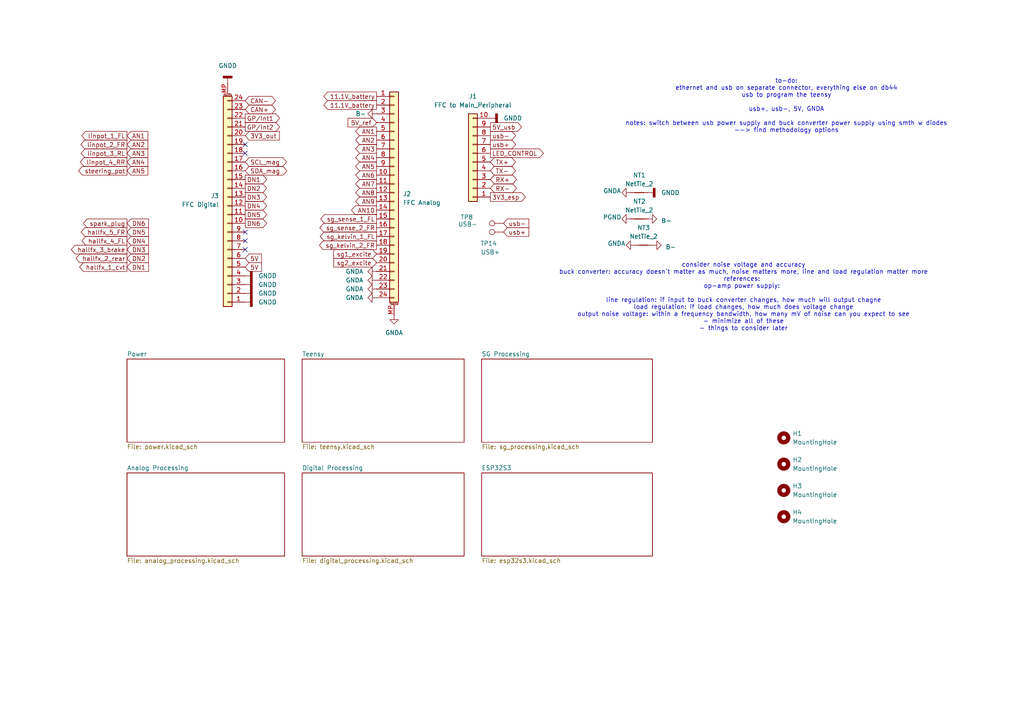
<source format=kicad_sch>
(kicad_sch (version 20250114) (generator "eeschema") (generator_version "9.0")
  (paper "A4")
  (lib_symbols
    (symbol "Connector:TestPoint" (pin_numbers (hide yes)) (pin_names (offset 0.762) (hide yes))
      (property "Reference" "TP" (at 0 6.858 0))
      (property "Value" "TestPoint" (at 0 5.08 0))
      (symbol "TestPoint_0_1"
        (circle (center 0 3.302) (radius 0.762))
      )
      (symbol "TestPoint_1_1"
        (pin passive line (at 0 0 90) (length 2.54) (name "1") (number "1"))
      )
    )
    (symbol "Connector_Generic:Conn_01x10" (pin_names (offset 1.016) (hide yes))
      (property "Reference" "J" (at 0 12.7 0))
      (property "Value" "Conn_01x10" (at 0 -15.24 0))
      (symbol "Conn_01x10_1_1"
        (rectangle (start -1.27 11.43) (end 1.27 -13.97) (stroke (width 0.254)) (fill (type background)))
        (rectangle (start -1.27 10.287) (end 0 10.033) (stroke (width 0.1524)))
        (rectangle (start -1.27 7.747) (end 0 7.493) (stroke (width 0.1524)))
        (rectangle (start -1.27 5.207) (end 0 4.953) (stroke (width 0.1524)))
        (rectangle (start -1.27 2.667) (end 0 2.413) (stroke (width 0.1524)))
        (rectangle (start -1.27 0.127) (end 0 -0.127) (stroke (width 0.1524)))
        (rectangle (start -1.27 -2.413) (end 0 -2.667) (stroke (width 0.1524)))
        (rectangle (start -1.27 -4.953) (end 0 -5.207) (stroke (width 0.1524)))
        (rectangle (start -1.27 -7.493) (end 0 -7.747) (stroke (width 0.1524)))
        (rectangle (start -1.27 -10.033) (end 0 -10.287) (stroke (width 0.1524)))
        (rectangle (start -1.27 -12.573) (end 0 -12.827) (stroke (width 0.1524)))
        (pin passive line (at -5.08 10.16 0) (length 3.81) (name "Pin_1") (number "1"))
        (pin passive line (at -5.08 7.62 0) (length 3.81) (name "Pin_2") (number "2"))
        (pin passive line (at -5.08 5.08 0) (length 3.81) (name "Pin_3") (number "3"))
        (pin passive line (at -5.08 2.54 0) (length 3.81) (name "Pin_4") (number "4"))
        (pin passive line (at -5.08 0 0) (length 3.81) (name "Pin_5") (number "5"))
        (pin passive line (at -5.08 -2.54 0) (length 3.81) (name "Pin_6") (number "6"))
        (pin passive line (at -5.08 -5.08 0) (length 3.81) (name "Pin_7") (number "7"))
        (pin passive line (at -5.08 -7.62 0) (length 3.81) (name "Pin_8") (number "8"))
        (pin passive line (at -5.08 -10.16 0) (length 3.81) (name "Pin_9") (number "9"))
        (pin passive line (at -5.08 -12.7 0) (length 3.81) (name "Pin_10") (number "10"))
      )
    )
    (symbol "Connector_Generic_MountingPin:Conn_01x24_MountingPin" (pin_names (offset 1.016) (hide yes))
      (property "Reference" "J" (at 0 30.48 0))
      (property "Value" "Conn_01x24_MountingPin" (at 1.27 -33.02 0))
      (symbol "Conn_01x24_MountingPin_1_1"
        (rectangle (start -1.27 29.21) (end 1.27 -31.75) (stroke (width 0.254)) (fill (type background)))
        (rectangle (start -1.27 28.067) (end 0 27.813) (stroke (width 0.1524)))
        (rectangle (start -1.27 25.527) (end 0 25.273) (stroke (width 0.1524)))
        (rectangle (start -1.27 22.987) (end 0 22.733) (stroke (width 0.1524)))
        (rectangle (start -1.27 20.447) (end 0 20.193) (stroke (width 0.1524)))
        (rectangle (start -1.27 17.907) (end 0 17.653) (stroke (width 0.1524)))
        (rectangle (start -1.27 15.367) (end 0 15.113) (stroke (width 0.1524)))
        (rectangle (start -1.27 12.827) (end 0 12.573) (stroke (width 0.1524)))
        (rectangle (start -1.27 10.287) (end 0 10.033) (stroke (width 0.1524)))
        (rectangle (start -1.27 7.747) (end 0 7.493) (stroke (width 0.1524)))
        (rectangle (start -1.27 5.207) (end 0 4.953) (stroke (width 0.1524)))
        (rectangle (start -1.27 2.667) (end 0 2.413) (stroke (width 0.1524)))
        (rectangle (start -1.27 0.127) (end 0 -0.127) (stroke (width 0.1524)))
        (rectangle (start -1.27 -2.413) (end 0 -2.667) (stroke (width 0.1524)))
        (rectangle (start -1.27 -4.953) (end 0 -5.207) (stroke (width 0.1524)))
        (rectangle (start -1.27 -7.493) (end 0 -7.747) (stroke (width 0.1524)))
        (rectangle (start -1.27 -10.033) (end 0 -10.287) (stroke (width 0.1524)))
        (rectangle (start -1.27 -12.573) (end 0 -12.827) (stroke (width 0.1524)))
        (rectangle (start -1.27 -15.113) (end 0 -15.367) (stroke (width 0.1524)))
        (rectangle (start -1.27 -17.653) (end 0 -17.907) (stroke (width 0.1524)))
        (rectangle (start -1.27 -20.193) (end 0 -20.447) (stroke (width 0.1524)))
        (rectangle (start -1.27 -22.733) (end 0 -22.987) (stroke (width 0.1524)))
        (rectangle (start -1.27 -25.273) (end 0 -25.527) (stroke (width 0.1524)))
        (rectangle (start -1.27 -27.813) (end 0 -28.067) (stroke (width 0.1524)))
        (rectangle (start -1.27 -30.353) (end 0 -30.607) (stroke (width 0.1524)))
        (polyline (pts (xy -1.016 -32.512) (xy 1.016 -32.512)) (stroke (width 0.1524)))
        (text "Mounting" (at 0 -32.131 0) (effects (font (size 0.381 0.381))))
        (pin passive line (at -5.08 27.94 0) (length 3.81) (name "Pin_1") (number "1"))
        (pin passive line (at -5.08 25.4 0) (length 3.81) (name "Pin_2") (number "2"))
        (pin passive line (at -5.08 22.86 0) (length 3.81) (name "Pin_3") (number "3"))
        (pin passive line (at -5.08 20.32 0) (length 3.81) (name "Pin_4") (number "4"))
        (pin passive line (at -5.08 17.78 0) (length 3.81) (name "Pin_5") (number "5"))
        (pin passive line (at -5.08 15.24 0) (length 3.81) (name "Pin_6") (number "6"))
        (pin passive line (at -5.08 12.7 0) (length 3.81) (name "Pin_7") (number "7"))
        (pin passive line (at -5.08 10.16 0) (length 3.81) (name "Pin_8") (number "8"))
        (pin passive line (at -5.08 7.62 0) (length 3.81) (name "Pin_9") (number "9"))
        (pin passive line (at -5.08 5.08 0) (length 3.81) (name "Pin_10") (number "10"))
        (pin passive line (at -5.08 2.54 0) (length 3.81) (name "Pin_11") (number "11"))
        (pin passive line (at -5.08 0 0) (length 3.81) (name "Pin_12") (number "12"))
        (pin passive line (at -5.08 -2.54 0) (length 3.81) (name "Pin_13") (number "13"))
        (pin passive line (at -5.08 -5.08 0) (length 3.81) (name "Pin_14") (number "14"))
        (pin passive line (at -5.08 -7.62 0) (length 3.81) (name "Pin_15") (number "15"))
        (pin passive line (at -5.08 -10.16 0) (length 3.81) (name "Pin_16") (number "16"))
        (pin passive line (at -5.08 -12.7 0) (length 3.81) (name "Pin_17") (number "17"))
        (pin passive line (at -5.08 -15.24 0) (length 3.81) (name "Pin_18") (number "18"))
        (pin passive line (at -5.08 -17.78 0) (length 3.81) (name "Pin_19") (number "19"))
        (pin passive line (at -5.08 -20.32 0) (length 3.81) (name "Pin_20") (number "20"))
        (pin passive line (at -5.08 -22.86 0) (length 3.81) (name "Pin_21") (number "21"))
        (pin passive line (at -5.08 -25.4 0) (length 3.81) (name "Pin_22") (number "22"))
        (pin passive line (at -5.08 -27.94 0) (length 3.81) (name "Pin_23") (number "23"))
        (pin passive line (at -5.08 -30.48 0) (length 3.81) (name "Pin_24") (number "24"))
        (pin passive line (at 0 -35.56 90) (length 3.048) (name "MountPin") (number "MP"))
      )
    )
    (symbol "Device:NetTie_2" (pin_numbers (hide yes)) (pin_names (offset 0) (hide yes)) (in_bom no)
      (property "Reference" "NT" (at 0 1.27 0))
      (property "Value" "NetTie_2" (at 0 -1.27 0))
      (symbol "NetTie_2_0_1"
        (polyline (pts (xy -1.27 0) (xy 1.27 0)) (stroke (width 0.254)))
      )
      (symbol "NetTie_2_1_1"
        (pin passive line (at -2.54 0 0) (length 2.54) (name "1") (number "1"))
        (pin passive line (at 2.54 0 180) (length 2.54) (name "2") (number "2"))
      )
    )
    (symbol "Mechanical:MountingHole" (pin_names (offset 1.016)) (in_bom no)
      (property "Reference" "H" (at 0 5.08 0))
      (property "Value" "MountingHole" (at 0 3.175 0))
      (symbol "MountingHole_0_1"
        (circle (center 0 0) (radius 1.27) (stroke (width 1.27)))
      )
    )
    (symbol "power:GNDA" (power) (pin_numbers (hide yes)) (pin_names (offset 0) (hide yes))
      (property "Value" "GNDA" (at 0 -3.81 0))
      (symbol "GNDA_0_1"
        (polyline (pts (xy 0 0) (xy 0 -1.27) (xy 1.27 -1.27) (xy 0 -2.54) (xy -1.27 -1.27) (xy 0 -1.27)))
      )
      (symbol "GNDA_1_1"
        (pin power_in line (at 0 0 270) (length 0) (name "~") (number "1"))
      )
    )
    (symbol "power:GNDD" (power) (pin_numbers (hide yes)) (pin_names (offset 0) (hide yes))
      (property "Value" "GNDD" (at 0 -3.175 0))
      (symbol "GNDD_0_1"
        (rectangle (start -1.27 -1.524) (end 1.27 -2.032) (stroke (width 0.254)) (fill (type outline)))
        (polyline (pts (xy 0 0) (xy 0 -1.524)))
      )
      (symbol "GNDD_1_1"
        (pin power_in line (at 0 0 270) (length 0) (name "~") (number "1"))
      )
    )
  )
  (text "consider noise voltage and accuracy\nbuck converter: accuracy doesn't matter as much, noise matters more, line and load regulation matter more\nreferences: \nop-amp power supply: \n\nline regulation: if input to buck converter changes, how much will output chagne\nload regulation: if load changes, how much does voltage change\noutput noise voltage: within a frequency bandwidth, how many mV of noise can you expect to see\n- minimize all of these\n- things to consider later" (at 215.646 76.2 0) (effects (font (size 1.27 1.27)) (justify top)))
  (text "to-do:\nethernet and usb on separate connector, everything else on db44\nusb to program the teensy\n\nusb+, usb-, 5V, GNDA\n\nnotes: switch between usb power supply and buck converter power supply using smth w diodes\n--> find methodology options" (at 228.092 30.734 0) (effects (font (size 1.27 1.27))))
  (no_connect (at 71.12 69.85))
  (no_connect (at 71.12 41.91))
  (no_connect (at 71.12 72.39))
  (no_connect (at 71.12 44.45))
  (no_connect (at 71.12 67.31))
  (global_label "SCL_mag" (shape bidirectional) (at 71.12 46.99 0) (property "Intersheetrefs" "${INTERSHEET_REFS}" (effects (hide yes))))
  (global_label "linpot_1_FL" (shape output) (at 36.83 39.37 180) (property "Intersheetrefs" "${INTERSHEET_REFS}" (effects (hide yes))))
  (global_label "TX-" (shape bidirectional) (at 142.24 49.53 0) (property "Intersheetrefs" "${INTERSHEET_REFS}" (effects (hide yes))))
  (global_label "usb+" (shape input) (at 146.05 67.31 0) (property "Intersheetrefs" "${INTERSHEET_REFS}" (effects (hide yes))))
  (global_label "DN3" (shape output) (at 71.12 57.15 0) (property "Intersheetrefs" "${INTERSHEET_REFS}" (effects (hide yes))))
  (global_label "CAN+" (shape bidirectional) (at 71.12 31.75 0) (property "Intersheetrefs" "${INTERSHEET_REFS}" (effects (hide yes))))
  (global_label "sg_sense_1_FL" (shape output) (at 109.22 63.5 180) (property "Intersheetrefs" "${INTERSHEET_REFS}" (effects (hide yes))))
  (global_label "sg_kelvin_2_FR" (shape output) (at 109.22 71.12 180) (property "Intersheetrefs" "${INTERSHEET_REFS}" (effects (hide yes))))
  (global_label "hallfx_3_brake" (shape output) (at 36.83 72.39 180) (property "Intersheetrefs" "${INTERSHEET_REFS}" (effects (hide yes))))
  (global_label "spark_plug" (shape output) (at 36.83 64.77 180) (property "Intersheetrefs" "${INTERSHEET_REFS}" (effects (hide yes))))
  (global_label "DN1" (shape output) (at 71.12 52.07 0) (property "Intersheetrefs" "${INTERSHEET_REFS}" (effects (hide yes))))
  (global_label "DN4" (shape output) (at 71.12 59.69 0) (property "Intersheetrefs" "${INTERSHEET_REFS}" (effects (hide yes))))
  (global_label "sg_kelvin_1_FL" (shape output) (at 109.22 68.58 180) (property "Intersheetrefs" "${INTERSHEET_REFS}" (effects (hide yes))))
  (global_label "AN1" (shape output) (at 109.22 38.1 180) (property "Intersheetrefs" "${INTERSHEET_REFS}" (effects (hide yes))))
  (global_label "linpot_2_FR" (shape output) (at 36.83 41.91 180) (property "Intersheetrefs" "${INTERSHEET_REFS}" (effects (hide yes))))
  (global_label "AN3" (shape input) (at 36.83 44.45 0) (property "Intersheetrefs" "${INTERSHEET_REFS}" (effects (hide yes))))
  (global_label "DN4" (shape input) (at 36.83 69.85 0) (property "Intersheetrefs" "${INTERSHEET_REFS}" (effects (hide yes))))
  (global_label "AN6" (shape output) (at 109.22 50.8 180) (property "Intersheetrefs" "${INTERSHEET_REFS}" (effects (hide yes))))
  (global_label "AN4" (shape output) (at 109.22 45.72 180) (property "Intersheetrefs" "${INTERSHEET_REFS}" (effects (hide yes))))
  (global_label "AN9" (shape output) (at 109.22 58.42 180) (property "Intersheetrefs" "${INTERSHEET_REFS}" (effects (hide yes))))
  (global_label "AN4" (shape input) (at 36.83 46.99 0) (property "Intersheetrefs" "${INTERSHEET_REFS}" (effects (hide yes))))
  (global_label "usb+" (shape output) (at 142.24 41.91 0) (property "Intersheetrefs" "${INTERSHEET_REFS}" (effects (hide yes))))
  (global_label "RX-" (shape bidirectional) (at 142.24 54.61 0) (property "Intersheetrefs" "${INTERSHEET_REFS}" (effects (hide yes))))
  (global_label "DN6" (shape output) (at 71.12 64.77 0) (property "Intersheetrefs" "${INTERSHEET_REFS}" (effects (hide yes))))
  (global_label "DN5" (shape input) (at 36.83 67.31 0) (property "Intersheetrefs" "${INTERSHEET_REFS}" (effects (hide yes))))
  (global_label "DN3" (shape input) (at 36.83 72.39 0) (property "Intersheetrefs" "${INTERSHEET_REFS}" (effects (hide yes))))
  (global_label "sg1_excite" (shape input) (at 109.22 73.66 180) (property "Intersheetrefs" "${INTERSHEET_REFS}" (effects (hide yes))))
  (global_label "linpot_4_RR" (shape output) (at 36.83 46.99 180) (property "Intersheetrefs" "${INTERSHEET_REFS}" (effects (hide yes))))
  (global_label "AN1" (shape input) (at 36.83 39.37 0) (property "Intersheetrefs" "${INTERSHEET_REFS}" (effects (hide yes))))
  (global_label "AN5" (shape output) (at 109.22 48.26 180) (property "Intersheetrefs" "${INTERSHEET_REFS}" (effects (hide yes))))
  (global_label "AN10" (shape output) (at 109.22 60.96 180) (property "Intersheetrefs" "${INTERSHEET_REFS}" (effects (hide yes))))
  (global_label "hallfx_5_FR" (shape output) (at 36.83 67.31 180) (property "Intersheetrefs" "${INTERSHEET_REFS}" (effects (hide yes))))
  (global_label "5V_usb" (shape output) (at 142.24 36.83 0) (property "Intersheetrefs" "${INTERSHEET_REFS}" (effects (hide yes))))
  (global_label "steering_pot" (shape output) (at 36.83 49.53 180) (property "Intersheetrefs" "${INTERSHEET_REFS}" (effects (hide yes))))
  (global_label "DN6" (shape input) (at 36.83 64.77 0) (property "Intersheetrefs" "${INTERSHEET_REFS}" (effects (hide yes))))
  (global_label "linpot_3_RL" (shape output) (at 36.83 44.45 180) (property "Intersheetrefs" "${INTERSHEET_REFS}" (effects (hide yes))))
  (global_label "RX+" (shape bidirectional) (at 142.24 52.07 0) (property "Intersheetrefs" "${INTERSHEET_REFS}" (effects (hide yes))))
  (global_label "LED_CONTROL" (shape output) (at 142.24 44.45 0) (property "Intersheetrefs" "${INTERSHEET_REFS}" (effects (hide yes))))
  (global_label "hallfx_1_cvt" (shape output) (at 36.83 77.47 180) (property "Intersheetrefs" "${INTERSHEET_REFS}" (effects (hide yes))))
  (global_label "5V_ref" (shape input) (at 109.22 35.56 180) (property "Intersheetrefs" "${INTERSHEET_REFS}" (effects (hide yes))))
  (global_label "DN2" (shape output) (at 71.12 54.61 0) (property "Intersheetrefs" "${INTERSHEET_REFS}" (effects (hide yes))))
  (global_label "usb-" (shape output) (at 142.24 39.37 0) (property "Intersheetrefs" "${INTERSHEET_REFS}" (effects (hide yes))))
  (global_label "5V" (shape input) (at 71.12 74.93 0) (property "Intersheetrefs" "${INTERSHEET_REFS}" (effects (hide yes))))
  (global_label "usb-" (shape input) (at 146.05 64.77 0) (property "Intersheetrefs" "${INTERSHEET_REFS}" (effects (hide yes))))
  (global_label "GP{slash}Int1" (shape output) (at 71.12 34.29 0) (property "Intersheetrefs" "${INTERSHEET_REFS}" (effects (hide yes))))
  (global_label "SDA_mag" (shape bidirectional) (at 71.12 49.53 0) (property "Intersheetrefs" "${INTERSHEET_REFS}" (effects (hide yes))))
  (global_label "hallfx_2_rear" (shape output) (at 36.83 74.93 180) (property "Intersheetrefs" "${INTERSHEET_REFS}" (effects (hide yes))))
  (global_label "3V3_out" (shape input) (at 71.12 39.37 0) (property "Intersheetrefs" "${INTERSHEET_REFS}" (effects (hide yes))))
  (global_label "sg2_excite" (shape input) (at 109.22 76.2 180) (property "Intersheetrefs" "${INTERSHEET_REFS}" (effects (hide yes))))
  (global_label "11.1V_battery" (shape output) (at 109.22 27.94 180) (property "Intersheetrefs" "${INTERSHEET_REFS}" (effects (hide yes))))
  (global_label "DN5" (shape output) (at 71.12 62.23 0) (property "Intersheetrefs" "${INTERSHEET_REFS}" (effects (hide yes))))
  (global_label "TX+" (shape bidirectional) (at 142.24 46.99 0) (property "Intersheetrefs" "${INTERSHEET_REFS}" (effects (hide yes))))
  (global_label "AN5" (shape input) (at 36.83 49.53 0) (property "Intersheetrefs" "${INTERSHEET_REFS}" (effects (hide yes))))
  (global_label "CAN-" (shape bidirectional) (at 71.12 29.21 0) (property "Intersheetrefs" "${INTERSHEET_REFS}" (effects (hide yes))))
  (global_label "AN8" (shape output) (at 109.22 55.88 180) (property "Intersheetrefs" "${INTERSHEET_REFS}" (effects (hide yes))))
  (global_label "hallfx_4_FL" (shape output) (at 36.83 69.85 180) (property "Intersheetrefs" "${INTERSHEET_REFS}" (effects (hide yes))))
  (global_label "GP{slash}Int2" (shape output) (at 71.12 36.83 0) (property "Intersheetrefs" "${INTERSHEET_REFS}" (effects (hide yes))))
  (global_label "11.1V_battery" (shape output) (at 109.22 30.48 180) (property "Intersheetrefs" "${INTERSHEET_REFS}" (effects (hide yes))))
  (global_label "5V" (shape input) (at 71.12 77.47 0) (property "Intersheetrefs" "${INTERSHEET_REFS}" (effects (hide yes))))
  (global_label "AN2" (shape output) (at 109.22 40.64 180) (property "Intersheetrefs" "${INTERSHEET_REFS}" (effects (hide yes))))
  (global_label "AN2" (shape input) (at 36.83 41.91 0) (property "Intersheetrefs" "${INTERSHEET_REFS}" (effects (hide yes))))
  (global_label "AN7" (shape output) (at 109.22 53.34 180) (property "Intersheetrefs" "${INTERSHEET_REFS}" (effects (hide yes))))
  (global_label "DN2" (shape input) (at 36.83 74.93 0) (property "Intersheetrefs" "${INTERSHEET_REFS}" (effects (hide yes))))
  (global_label "AN3" (shape output) (at 109.22 43.18 180) (property "Intersheetrefs" "${INTERSHEET_REFS}" (effects (hide yes))))
  (global_label "DN1" (shape input) (at 36.83 77.47 0) (property "Intersheetrefs" "${INTERSHEET_REFS}" (effects (hide yes))))
  (global_label "sg_sense_2_FR" (shape output) (at 109.22 66.04 180) (property "Intersheetrefs" "${INTERSHEET_REFS}" (effects (hide yes))))
  (global_label "3V3_esp" (shape output) (at 142.24 57.15 0) (property "Intersheetrefs" "${INTERSHEET_REFS}" (effects (hide yes))))
  (symbol (lib_id "Device:NetTie_2") (at 185.42 63.5 0) (unit 1) (in_bom no)
    (property "Reference" "NT2" (at 185.42 58.42 0))
    (property "Value" "NetTie_2" (at 185.42 60.96 0))
    (property "Footprint" "NetTie:NetTie-2_SMD_Pad0.5mm" (effects (hide yes)))
    (property "Description" "Net tie, 2 pins" (effects (hide yes)))
  )
  (symbol (lib_id "power:GNDA") (at 187.96 63.5 90) (unit 1)
    (property "Reference" "#PWR079" (effects (hide yes)))
    (property "Value" "B-" (at 193.294 64.008 90))
    (property "Description" "Power symbol creates a global label with name \"GNDA\" , analog ground" (effects (hide yes)))
  )
  (symbol (lib_id "Connector_Generic:Conn_01x10") (at 137.16 46.99 180) (unit 1)
    (property "Reference" "J1" (at 137.16 27.94 0))
    (property "Value" "FFC to Main_Peripheral" (at 137.16 30.48 0))
    (property "Footprint" "Connector_FFC-FPC:Molex_54548-1071_1x10-1MP_P0.5mm_Horizontal" (effects (hide yes)))
    (property "Description" "Generic connector, single row, 01x10, script generated (kicad-library-utils/schlib/autogen/connector/)" (effects (hide yes)))
  )
  (symbol (lib_id "power:GNDD") (at 71.12 85.09 90) (unit 1)
    (property "Reference" "#PWR059" (effects (hide yes)))
    (property "Value" "GNDD" (at 74.93 85.0899 90) (effects (justify right)))
    (property "Description" "Power symbol creates a global label with name \"GNDD\" , digital ground" (effects (hide yes)))
  )
  (symbol (lib_id "Connector:TestPoint") (at 146.05 67.31 90) (unit 1)
    (property "Reference" "TP14" (at 141.732 70.612 90))
    (property "Value" "USB+" (at 142.24 73.152 90))
    (property "Footprint" "TestPoint:TestPoint_Pad_1.0x1.0mm" (effects (hide yes)))
    (property "Description" "test point" (effects (hide yes)))
  )
  (symbol (lib_id "power:GNDA") (at 109.22 81.28 270) (unit 1)
    (property "Reference" "#PWR0104" (effects (hide yes)))
    (property "Value" "GNDA" (at 105.41 81.2801 90) (effects (justify right)))
    (property "Description" "Power symbol creates a global label with name \"GNDA\" , analog ground" (effects (hide yes)))
  )
  (symbol (lib_id "power:GNDD") (at 187.96 55.88 90) (unit 1)
    (property "Reference" "#PWR090" (effects (hide yes)))
    (property "Value" "GNDD" (at 191.77 55.8799 90) (effects (justify right)))
    (property "Description" "Power symbol creates a global label with name \"GNDD\" , digital ground" (effects (hide yes)))
  )
  (symbol (lib_id "power:GNDA") (at 109.22 33.02 270) (unit 1)
    (property "Reference" "#PWR072" (effects (hide yes)))
    (property "Value" "B-" (at 104.648 33.02 90))
    (property "Description" "Power symbol creates a global label with name \"GNDA\" , analog ground" (effects (hide yes)))
  )
  (symbol (lib_id "Device:NetTie_2") (at 185.42 55.88 0) (unit 1) (in_bom no)
    (property "Reference" "NT1" (at 185.42 50.8 0))
    (property "Value" "NetTie_2" (at 185.42 53.34 0))
    (property "Footprint" "NetTie:NetTie-2_SMD_Pad0.5mm" (effects (hide yes)))
    (property "Description" "Net tie, 2 pins" (effects (hide yes)))
  )
  (symbol (lib_id "Device:NetTie_2") (at 186.69 71.12 0) (unit 1) (in_bom no)
    (property "Reference" "NT3" (at 186.69 66.04 0))
    (property "Value" "NetTie_2" (at 186.69 68.58 0))
    (property "Footprint" "NetTie:NetTie-2_SMD_Pad0.5mm" (effects (hide yes)))
    (property "Description" "Net tie, 2 pins" (effects (hide yes)))
  )
  (symbol (lib_id "power:GNDA") (at 109.22 83.82 270) (unit 1)
    (property "Reference" "#PWR053" (effects (hide yes)))
    (property "Value" "GNDA" (at 105.41 83.8201 90) (effects (justify right)))
    (property "Description" "Power symbol creates a global label with name \"GNDA\" , analog ground" (effects (hide yes)))
  )
  (symbol (lib_id "power:GNDA") (at 182.88 63.5 270) (unit 1)
    (property "Reference" "#PWR073" (effects (hide yes)))
    (property "Value" "PGND" (at 177.546 62.992 90))
    (property "Description" "Power symbol creates a global label with name \"GNDA\" , analog ground" (effects (hide yes)))
  )
  (symbol (lib_id "power:GNDA") (at 184.15 71.12 270) (unit 1)
    (property "Reference" "#PWR091" (effects (hide yes)))
    (property "Value" "GNDA" (at 178.816 70.612 90))
    (property "Description" "Power symbol creates a global label with name \"GNDA\" , analog ground" (effects (hide yes)))
  )
  (symbol (lib_id "power:GNDD") (at 142.24 34.29 90) (unit 1)
    (property "Reference" "#PWR098" (effects (hide yes)))
    (property "Value" "GNDD" (at 146.05 34.2899 90) (effects (justify right)))
    (property "Description" "Power symbol creates a global label with name \"GNDD\" , digital ground" (effects (hide yes)))
  )
  (symbol (lib_id "power:GNDA") (at 109.22 78.74 270) (unit 1)
    (property "Reference" "#PWR0105" (effects (hide yes)))
    (property "Value" "GNDA" (at 105.41 78.7401 90) (effects (justify right)))
    (property "Description" "Power symbol creates a global label with name \"GNDA\" , analog ground" (effects (hide yes)))
  )
  (symbol (lib_id "power:GNDD") (at 71.12 80.01 90) (unit 1)
    (property "Reference" "#PWR0100" (effects (hide yes)))
    (property "Value" "GNDD" (at 74.93 80.0099 90) (effects (justify right)))
    (property "Description" "Power symbol creates a global label with name \"GNDD\" , digital ground" (effects (hide yes)))
  )
  (symbol (lib_id "power:GNDA") (at 114.3 91.44 0) (unit 1)
    (property "Reference" "#PWR038" (effects (hide yes)))
    (property "Value" "GNDA" (at 114.3 96.52 0))
    (property "Description" "Power symbol creates a global label with name \"GNDA\" , analog ground" (effects (hide yes)))
  )
  (symbol (lib_id "power:GNDD") (at 66.04 24.13 180) (unit 1)
    (property "Reference" "#PWR033" (effects (hide yes)))
    (property "Value" "GNDD" (at 66.04 19.05 0))
    (property "Description" "Power symbol creates a global label with name \"GNDD\" , digital ground" (effects (hide yes)))
  )
  (symbol (lib_id "Mechanical:MountingHole") (at 227.33 127 0) (unit 1) (in_bom no)
    (property "Reference" "H1" (at 229.87 125.7299 0) (effects (justify left)))
    (property "Value" "MountingHole" (at 229.87 128.2699 0) (effects (justify left)))
    (property "Footprint" "MountingHole:MountingHole_3.2mm_M3_Pad" (effects (hide yes)))
    (property "Description" "Mounting Hole without connection" (effects (hide yes)))
  )
  (symbol (lib_id "power:GNDD") (at 71.12 87.63 90) (unit 1)
    (property "Reference" "#PWR01" (effects (hide yes)))
    (property "Value" "GNDD" (at 74.93 87.6299 90) (effects (justify right)))
    (property "Description" "Power symbol creates a global label with name \"GNDD\" , digital ground" (effects (hide yes)))
  )
  (symbol (lib_id "power:GNDA") (at 189.23 71.12 90) (unit 1)
    (property "Reference" "#PWR092" (effects (hide yes)))
    (property "Value" "B-" (at 194.564 71.628 90))
    (property "Description" "Power symbol creates a global label with name \"GNDA\" , analog ground" (effects (hide yes)))
  )
  (symbol (lib_id "Mechanical:MountingHole") (at 227.33 149.86 0) (unit 1) (in_bom no)
    (property "Reference" "H4" (at 229.87 148.5899 0) (effects (justify left)))
    (property "Value" "MountingHole" (at 229.87 151.1299 0) (effects (justify left)))
    (property "Footprint" "MountingHole:MountingHole_3.2mm_M3_Pad" (effects (hide yes)))
    (property "Description" "Mounting Hole without connection" (effects (hide yes)))
  )
  (symbol (lib_id "Connector_Generic_MountingPin:Conn_01x24_MountingPin") (at 114.3 55.88 0) (unit 1)
    (property "Reference" "J2" (at 116.84 56.2355 0) (effects (justify left)))
    (property "Value" "FFC Analog" (at 116.84 58.7755 0) (effects (justify left)))
    (property "Description" "Generic connectable mounting pin connector, single row, 01x24, script generated (kicad-library-utils/schlib/autogen/connector/)" (effects (hide yes)))
  )
  (symbol (lib_id "power:GNDA") (at 182.88 55.88 270) (unit 1)
    (property "Reference" "#PWR089" (effects (hide yes)))
    (property "Value" "GNDA" (at 177.546 55.372 90))
    (property "Description" "Power symbol creates a global label with name \"GNDA\" , analog ground" (effects (hide yes)))
  )
  (symbol (lib_id "Mechanical:MountingHole") (at 227.33 134.62 0) (unit 1) (in_bom no)
    (property "Reference" "H2" (at 229.87 133.3499 0) (effects (justify left)))
    (property "Value" "MountingHole" (at 229.87 135.8899 0) (effects (justify left)))
    (property "Footprint" "MountingHole:MountingHole_3.2mm_M3_Pad" (effects (hide yes)))
    (property "Description" "Mounting Hole without connection" (effects (hide yes)))
  )
  (symbol (lib_id "Connector_Generic_MountingPin:Conn_01x24_MountingPin") (at 66.04 59.69 180) (unit 1)
    (property "Reference" "J3" (at 63.5 56.7943 0) (effects (justify left)))
    (property "Value" "FFC Digital" (at 63.5 59.3343 0) (effects (justify left)))
    (property "Description" "Generic connectable mounting pin connector, single row, 01x24, script generated (kicad-library-utils/schlib/autogen/connector/)" (effects (hide yes)))
  )
  (symbol (lib_id "power:GNDA") (at 109.22 86.36 270) (unit 1)
    (property "Reference" "#PWR052" (effects (hide yes)))
    (property "Value" "GNDA" (at 105.41 86.3601 90) (effects (justify right)))
    (property "Description" "Power symbol creates a global label with name \"GNDA\" , analog ground" (effects (hide yes)))
  )
  (symbol (lib_id "power:GNDD") (at 71.12 82.55 90) (unit 1)
    (property "Reference" "#PWR0102" (effects (hide yes)))
    (property "Value" "GNDD" (at 74.93 82.5499 90) (effects (justify right)))
    (property "Description" "Power symbol creates a global label with name \"GNDD\" , digital ground" (effects (hide yes)))
  )
  (symbol (lib_id "Mechanical:MountingHole") (at 227.33 142.24 0) (unit 1) (in_bom no)
    (property "Reference" "H3" (at 229.87 140.9699 0) (effects (justify left)))
    (property "Value" "MountingHole" (at 229.87 143.5099 0) (effects (justify left)))
    (property "Footprint" "MountingHole:MountingHole_3.2mm_M3_Pad" (effects (hide yes)))
    (property "Description" "Mounting Hole without connection" (effects (hide yes)))
  )
  (symbol (lib_id "Connector:TestPoint") (at 146.05 64.77 90) (unit 1)
    (property "Reference" "TP8" (at 135.382 62.992 90))
    (property "Value" "USB-" (at 135.636 65.024 90))
    (property "Footprint" "TestPoint:TestPoint_Pad_1.0x1.0mm" (effects (hide yes)))
    (property "Description" "test point" (effects (hide yes)))
  )
  (sheet (at 87.63 137.16) (size 46.99 24.13) (stroke (width 0.1524))
    (property "Sheetname" "Digital Processing" (at 87.63 136.4484 0) (effects (justify left bottom)))
    (property "Sheetfile" "digital_processing.kicad_sch" (at 87.63 161.8746 0) (effects (justify left top)))
  )
  (sheet (at 139.7 104.14) (size 49.53 24.13) (stroke (width 0.1524))
    (property "Sheetname" "SG Processing" (at 139.7 103.4284 0) (effects (justify left bottom)))
    (property "Sheetfile" "sg_processing.kicad_sch" (at 139.7 128.8546 0) (effects (justify left top)))
  )
  (sheet (at 36.83 137.16) (size 45.72 24.13) (stroke (width 0.1524))
    (property "Sheetname" "Analog Processing" (at 36.83 136.4484 0) (effects (justify left bottom)))
    (property "Sheetfile" "analog_processing.kicad_sch" (at 36.83 161.8746 0) (effects (justify left top)))
  )
  (sheet (at 36.83 104.14) (size 45.72 24.13) (stroke (width 0.1524))
    (property "Sheetname" "Power" (at 36.83 103.4284 0) (effects (justify left bottom)))
    (property "Sheetfile" "power.kicad_sch" (at 36.83 128.8546 0) (effects (justify left top)))
  )
  (sheet (at 139.7 137.16) (size 49.53 24.13) (stroke (width 0.1524))
    (property "Sheetname" "ESP32S3" (at 139.7 136.4484 0) (effects (justify left bottom)))
    (property "Sheetfile" "esp32s3.kicad_sch" (at 139.7 161.8746 0) (effects (justify left top)))
  )
  (sheet (at 87.63 104.14) (size 46.99 24.13) (stroke (width 0.1524))
    (property "Sheetname" "Teensy" (at 87.63 103.4284 0) (effects (justify left bottom)))
    (property "Sheetfile" "teensy.kicad_sch" (at 87.63 128.8546 0) (effects (justify left top)))
  )
)
</source>
